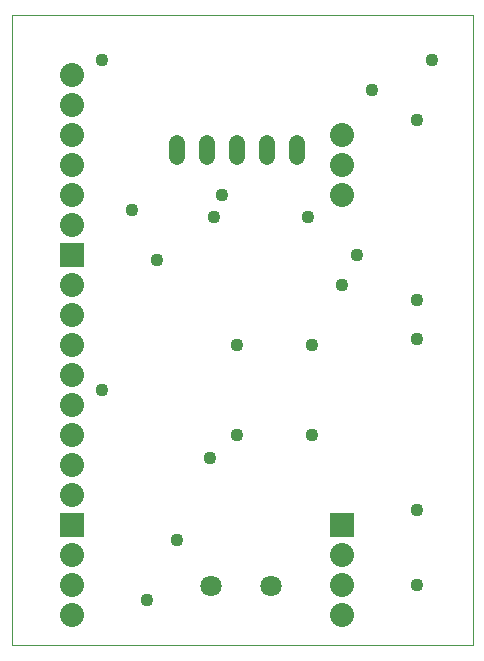
<source format=gbs>
G75*
%MOIN*%
%OFA0B0*%
%FSLAX25Y25*%
%IPPOS*%
%LPD*%
%AMOC8*
5,1,8,0,0,1.08239X$1,22.5*
%
%ADD10C,0.00000*%
%ADD11C,0.07100*%
%ADD12R,0.08000X0.08000*%
%ADD13C,0.08000*%
%ADD14C,0.05400*%
%ADD15C,0.04362*%
D10*
X0003000Y0001800D02*
X0003000Y0211761D01*
X0156701Y0211761D01*
X0156701Y0001800D01*
X0003000Y0001800D01*
D11*
X0069500Y0021400D03*
X0089500Y0021400D03*
D12*
X0113000Y0041800D03*
X0023000Y0041800D03*
X0023000Y0131800D03*
D13*
X0023000Y0141800D03*
X0023000Y0151800D03*
X0023000Y0161800D03*
X0023000Y0171800D03*
X0023000Y0181800D03*
X0023000Y0191800D03*
X0023000Y0121800D03*
X0023000Y0111800D03*
X0023000Y0101800D03*
X0023000Y0091800D03*
X0023000Y0081800D03*
X0023000Y0071800D03*
X0023000Y0061800D03*
X0023000Y0051800D03*
X0023000Y0031800D03*
X0023000Y0021800D03*
X0023000Y0011800D03*
X0113000Y0011800D03*
X0113000Y0021800D03*
X0113000Y0031800D03*
X0113000Y0151800D03*
X0113000Y0161800D03*
X0113000Y0171800D03*
D14*
X0098000Y0169200D02*
X0098000Y0164400D01*
X0088000Y0164400D02*
X0088000Y0169200D01*
X0078000Y0169200D02*
X0078000Y0164400D01*
X0068000Y0164400D02*
X0068000Y0169200D01*
X0058000Y0169200D02*
X0058000Y0164400D01*
D15*
X0043000Y0146800D03*
X0051400Y0130200D03*
X0070600Y0144400D03*
X0073000Y0151800D03*
X0101900Y0144400D03*
X0118000Y0131800D03*
X0113000Y0121800D03*
X0103000Y0101800D03*
X0103000Y0071800D03*
X0078000Y0071800D03*
X0069000Y0064300D03*
X0058000Y0036800D03*
X0048000Y0016800D03*
X0033000Y0086800D03*
X0078000Y0101800D03*
X0138000Y0104000D03*
X0138000Y0116800D03*
X0138000Y0176800D03*
X0123000Y0186800D03*
X0143000Y0196800D03*
X0033000Y0196800D03*
X0138000Y0046800D03*
X0138000Y0021800D03*
M02*

</source>
